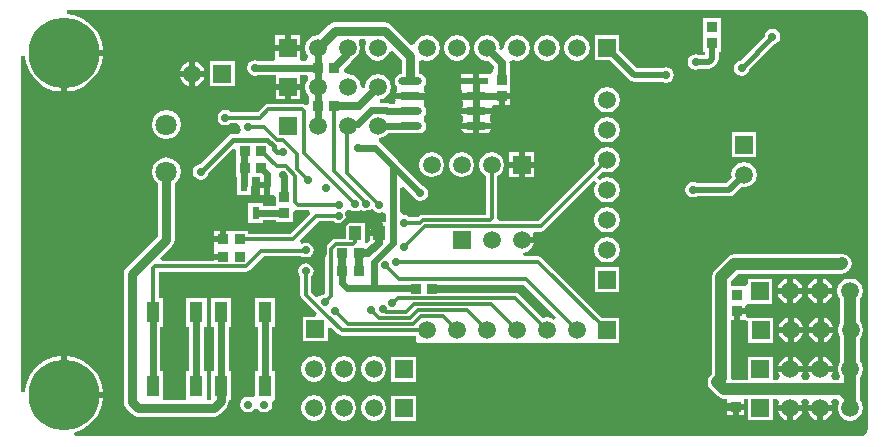
<source format=gbl>
G04*
G04 #@! TF.GenerationSoftware,Altium Limited,Altium Designer,20.0.10 (225)*
G04*
G04 Layer_Physical_Order=2*
G04 Layer_Color=11367680*
%FSLAX44Y44*%
%MOMM*%
G71*
G01*
G75*
%ADD41R,0.8500X0.8500*%
%ADD42R,0.8500X0.8500*%
%ADD46R,1.0000X1.2500*%
%ADD47R,0.6000X1.1000*%
%ADD63C,0.3000*%
%ADD64C,0.6300*%
%ADD65C,0.8000*%
%ADD66C,0.7000*%
%ADD67C,0.6000*%
%ADD68C,0.4000*%
%ADD69C,1.2000*%
%ADD70C,0.5000*%
%ADD71C,1.0000*%
%ADD73C,1.5000*%
%ADD74R,1.5000X1.5000*%
%ADD75C,6.0000*%
%ADD76C,1.8000*%
%ADD77R,1.5000X1.5000*%
%ADD78C,0.7000*%
%ADD79R,2.0320X0.6096*%
%ADD80O,2.0320X0.6096*%
%ADD81R,1.1000X1.8000*%
G36*
X715000Y365812D02*
X717224Y365369D01*
X719109Y364109D01*
X720369Y362224D01*
X720812Y360000D01*
X720922D01*
X720922Y11000D01*
X720812D01*
X720369Y8776D01*
X719109Y6891D01*
X717224Y5631D01*
X715000Y5188D01*
Y5078D01*
X715000Y5078D01*
X49764Y5078D01*
X49167Y8078D01*
X56642Y11175D01*
X63536Y16464D01*
X68825Y23358D01*
X72151Y31385D01*
X72956Y37500D01*
X40000D01*
Y40000D01*
X37500D01*
Y72956D01*
X31385Y72151D01*
X23358Y68825D01*
X16464Y63536D01*
X11175Y56642D01*
X7849Y48615D01*
X7078Y42758D01*
X4078Y42955D01*
Y327045D01*
X7078Y327242D01*
X7849Y321385D01*
X11175Y313358D01*
X16464Y306464D01*
X23358Y301175D01*
X31385Y297849D01*
X37500Y297044D01*
Y330000D01*
X40000D01*
Y332500D01*
X72956D01*
X72151Y338615D01*
X68825Y346642D01*
X63536Y353536D01*
X56642Y358825D01*
X48615Y362151D01*
X42758Y362922D01*
X42955Y365922D01*
X715000Y365922D01*
Y365812D01*
D02*
G37*
%LPC*%
G36*
X311817Y355627D02*
X269510D01*
X266779Y355083D01*
X264464Y353536D01*
X255521Y344594D01*
X255010Y344695D01*
X250914Y343880D01*
X247440Y341560D01*
X245120Y338086D01*
X244305Y333989D01*
X245120Y329893D01*
X247081Y326958D01*
X247327Y325970D01*
X245377Y323107D01*
X242952D01*
X240110Y323490D01*
X240110Y326107D01*
Y331489D01*
X219110D01*
Y326107D01*
X219110Y323490D01*
X216269Y323107D01*
X204555D01*
X204547Y323112D01*
X202010Y323617D01*
X199474Y323112D01*
X197324Y321676D01*
X195888Y319526D01*
X195383Y316989D01*
X195888Y314453D01*
X197324Y312303D01*
X199474Y310867D01*
X202010Y310362D01*
X204547Y310867D01*
X204554Y310872D01*
X219508D01*
Y303502D01*
X240508D01*
Y310872D01*
X246041D01*
X246505Y310278D01*
X247243Y308225D01*
X246862Y307112D01*
X245517Y305099D01*
X244702Y301002D01*
X245517Y296905D01*
X246875Y294873D01*
X247760Y292239D01*
X247760Y292239D01*
X247760D01*
X247760Y292239D01*
Y286771D01*
X245327Y285599D01*
X244760Y285483D01*
X243409Y286386D01*
X241653Y286735D01*
X213452D01*
X211696Y286386D01*
X210207Y285391D01*
X204394Y279578D01*
X181762D01*
X181697Y279676D01*
X179547Y281112D01*
X177010Y281617D01*
X174474Y281112D01*
X172324Y279676D01*
X170888Y277526D01*
X170383Y274990D01*
X170888Y272453D01*
X172324Y270303D01*
X174474Y268867D01*
X177010Y268362D01*
X179547Y268867D01*
X181697Y270303D01*
X181762Y270401D01*
X187139D01*
X189465Y267401D01*
X189383Y266990D01*
X189888Y264453D01*
X189965Y264338D01*
X188361Y261338D01*
X183260D01*
X181309Y260949D01*
X179656Y259844D01*
X155283Y235472D01*
X153474Y235112D01*
X151324Y233676D01*
X149888Y231526D01*
X149383Y228990D01*
X149888Y226453D01*
X151324Y224303D01*
X153474Y222867D01*
X156010Y222362D01*
X158546Y222867D01*
X160697Y224303D01*
X162133Y226453D01*
X162493Y228263D01*
X183011Y248781D01*
X186012Y247538D01*
Y239740D01*
X186011D01*
X186011Y239240D01*
X186012D01*
Y224740D01*
X186890D01*
Y218002D01*
X187007Y217411D01*
Y209502D01*
X199007D01*
Y217411D01*
X199125Y218002D01*
Y224740D01*
X206007D01*
Y220502D01*
X212007D01*
Y218002D01*
X214507D01*
Y209502D01*
X218007D01*
X219760Y207228D01*
Y200113D01*
X208507D01*
Y202502D01*
X196507D01*
Y194593D01*
X196390Y194002D01*
Y193996D01*
X196507Y193405D01*
Y185502D01*
X208507D01*
Y187878D01*
X219760D01*
Y186740D01*
X234260D01*
Y194981D01*
X236869Y196659D01*
X237260Y196701D01*
X238768Y196401D01*
X247691D01*
X248934Y193401D01*
X232110Y176578D01*
X196260D01*
Y179240D01*
X177510D01*
Y171990D01*
X175010D01*
Y169490D01*
X167760D01*
Y167240D01*
X167760Y164739D01*
X167760Y161740D01*
Y159489D01*
X175010D01*
Y154490D01*
X167760D01*
Y153578D01*
X122965D01*
X121817Y156349D01*
X132057Y166590D01*
X133604Y168905D01*
X134148Y171637D01*
Y219326D01*
X135662Y220338D01*
X138314Y224307D01*
X139245Y228990D01*
X138314Y233672D01*
X135662Y237641D01*
X131692Y240293D01*
X127010Y241225D01*
X122328Y240293D01*
X118359Y237641D01*
X115707Y233672D01*
X114775Y228990D01*
X115707Y224307D01*
X118359Y220338D01*
X119873Y219326D01*
Y174593D01*
X92964Y147683D01*
X91417Y145368D01*
X90873Y142636D01*
Y87990D01*
Y33990D01*
X91417Y31258D01*
X92964Y28943D01*
X97953Y23953D01*
X100269Y22406D01*
X103000Y21863D01*
X167000D01*
X169731Y22406D01*
X172047Y23953D01*
X178047Y29953D01*
X179594Y32269D01*
X180137Y35000D01*
Y35990D01*
X182010D01*
Y59990D01*
X179628D01*
Y97990D01*
X182010D01*
Y121989D01*
X165010D01*
Y97990D01*
X167393D01*
Y59990D01*
X165010D01*
Y37104D01*
X164044Y36137D01*
X161010D01*
Y59990D01*
X158628D01*
Y97990D01*
X161010D01*
Y121989D01*
X144010D01*
Y97990D01*
X146393D01*
Y59990D01*
X144010D01*
Y36137D01*
X124010D01*
Y59990D01*
X121628D01*
Y97990D01*
X124010D01*
Y121989D01*
X120598D01*
Y144401D01*
X194460D01*
X196216Y144751D01*
X197705Y145745D01*
X209361Y157401D01*
X240926D01*
X242474Y156367D01*
X245010Y155862D01*
X247547Y156367D01*
X249697Y157803D01*
X251133Y159953D01*
X251638Y162489D01*
X251133Y165026D01*
X249697Y167176D01*
X247547Y168612D01*
X245010Y169117D01*
X242474Y168612D01*
X241852Y168197D01*
X241131Y168379D01*
X240213Y171704D01*
X255911Y187401D01*
X268267D01*
X268350Y187278D01*
X270500Y185841D01*
X273036Y185336D01*
X275572Y185841D01*
X276000Y186127D01*
X279000Y184523D01*
X279000Y184014D01*
X279000D01*
X279000Y183931D01*
Y172328D01*
X270311D01*
X268555Y171978D01*
X267066Y170984D01*
X263069Y166987D01*
X262075Y165499D01*
X261726Y163743D01*
Y128527D01*
X261010Y125617D01*
X258474Y125112D01*
X256324Y123676D01*
X256272Y123597D01*
X253286Y123303D01*
X249599Y126990D01*
Y140238D01*
X249697Y140303D01*
X251133Y142453D01*
X251638Y144990D01*
X251133Y147526D01*
X249697Y149676D01*
X247547Y151112D01*
X245010Y151617D01*
X242474Y151112D01*
X240324Y149676D01*
X238888Y147526D01*
X238383Y144990D01*
X238888Y142453D01*
X240324Y140303D01*
X240422Y140238D01*
Y125090D01*
X240772Y123334D01*
X241766Y121846D01*
X254351Y109261D01*
X253202Y106489D01*
X242510D01*
Y85490D01*
X263510D01*
Y96445D01*
X266282Y97593D01*
X272130Y91745D01*
X273618Y90751D01*
X275374Y90401D01*
X337848D01*
X338000Y90174D01*
Y86000D01*
X339510Y84490D01*
X346376D01*
X347410Y84284D01*
X348445Y84490D01*
X371776D01*
X372810Y84284D01*
X373844Y84490D01*
X397176D01*
X398210Y84284D01*
X399244Y84490D01*
X422576D01*
X423610Y84284D01*
X424645Y84490D01*
X447976D01*
X449010Y84284D01*
X450045Y84490D01*
X473376D01*
X474410Y84284D01*
X475444Y84490D01*
X510310D01*
Y105490D01*
X495799D01*
X445055Y156234D01*
X443566Y157228D01*
X441810Y157578D01*
X430068D01*
X429318Y160267D01*
X429314Y160300D01*
X431907Y161099D01*
X431967Y161139D01*
X435380Y163420D01*
X437701Y166893D01*
X438019Y168490D01*
X427810D01*
Y173490D01*
X438019D01*
X437701Y175087D01*
X437254Y175756D01*
X438668Y178401D01*
X443810D01*
X445566Y178751D01*
X447055Y179745D01*
X489161Y221851D01*
X491491Y219939D01*
X490120Y217887D01*
X489305Y213790D01*
X490120Y209693D01*
X492440Y206220D01*
X495914Y203899D01*
X500010Y203084D01*
X504107Y203899D01*
X507580Y206220D01*
X509901Y209693D01*
X510716Y213790D01*
X509901Y217887D01*
X507580Y221360D01*
X504107Y223680D01*
X500010Y224495D01*
X495914Y223680D01*
X493861Y222309D01*
X491949Y224639D01*
X496493Y229184D01*
X500010Y228484D01*
X504107Y229299D01*
X507580Y231620D01*
X509901Y235093D01*
X510716Y239190D01*
X509901Y243286D01*
X507580Y246760D01*
X504107Y249080D01*
X500010Y249895D01*
X495914Y249080D01*
X492440Y246760D01*
X490120Y243286D01*
X489305Y239190D01*
X490004Y235672D01*
X441910Y187578D01*
X409624D01*
X406998Y189757D01*
Y225427D01*
X409980Y227419D01*
X412301Y230893D01*
X413116Y234989D01*
X412301Y239086D01*
X409980Y242560D01*
X406507Y244880D01*
X402410Y245695D01*
X398313Y244880D01*
X394840Y242560D01*
X392520Y239086D01*
X391705Y234989D01*
X392520Y230893D01*
X394840Y227419D01*
X397822Y225427D01*
Y192588D01*
X343950D01*
X342194Y192239D01*
X340705Y191244D01*
X340049Y190588D01*
X332752D01*
X332686Y190686D01*
X330536Y192123D01*
X328000Y192627D01*
X325117Y195113D01*
Y215311D01*
X327889Y216459D01*
X335886Y208463D01*
X335887Y208453D01*
X337324Y206303D01*
X339474Y204867D01*
X342010Y204362D01*
X344547Y204867D01*
X346697Y206303D01*
X348133Y208453D01*
X348638Y210989D01*
X348133Y213526D01*
X346697Y215676D01*
X344547Y217112D01*
X344537Y217114D01*
X323326Y238326D01*
X308336Y253315D01*
X306799Y254342D01*
X306765Y256169D01*
X307116Y257464D01*
X310307Y258099D01*
X313780Y260419D01*
X314718Y261822D01*
X326021D01*
X326518Y261723D01*
X340742D01*
X343102Y262192D01*
X345103Y263529D01*
X346440Y265530D01*
X346909Y267889D01*
X346440Y270249D01*
X345103Y272250D01*
X344825Y272435D01*
Y276044D01*
X345103Y276229D01*
X346440Y278230D01*
X346909Y280590D01*
X346440Y282949D01*
X345103Y284950D01*
X344825Y285135D01*
Y288744D01*
X345103Y288929D01*
X346346Y290790D01*
X333630D01*
X320915D01*
X321638Y289707D01*
X320652Y287118D01*
X320309Y286707D01*
X316087D01*
X315437Y287141D01*
X313096Y287607D01*
X308067D01*
X307771Y290607D01*
X310304Y291111D01*
X313778Y293432D01*
X316098Y296905D01*
X316913Y301002D01*
X316098Y305099D01*
X313778Y308572D01*
X310304Y310892D01*
X306208Y311707D01*
X302111Y310892D01*
X298638Y308572D01*
X296317Y305099D01*
X295502Y301002D01*
X295574Y300640D01*
X294267Y299467D01*
X291513Y301002D01*
X290698Y305099D01*
X288378Y308572D01*
X284904Y310892D01*
X280807Y311707D01*
X280501Y311646D01*
X277822Y313772D01*
X277711Y316318D01*
X283566Y322173D01*
X285003Y324323D01*
X285027Y324446D01*
X287980Y326419D01*
X290301Y329893D01*
X291116Y333989D01*
X290301Y338086D01*
X289887Y338707D01*
X291301Y341352D01*
X294920D01*
X296334Y338707D01*
X295920Y338086D01*
X295105Y333989D01*
X295920Y329893D01*
X298240Y326419D01*
X301714Y324099D01*
X305810Y323284D01*
X309907Y324099D01*
X313381Y326419D01*
X315701Y329893D01*
X315847Y330624D01*
X318717Y331495D01*
X326493Y323719D01*
Y312151D01*
X324159Y311687D01*
X322158Y310350D01*
X320821Y308349D01*
X320352Y305989D01*
X320821Y303630D01*
X322158Y301629D01*
X322436Y301444D01*
Y297836D01*
X322158Y297650D01*
X320915Y295790D01*
X333630D01*
X346346D01*
X345103Y297650D01*
X344825Y297836D01*
Y301444D01*
X345103Y301629D01*
X346440Y303630D01*
X346909Y305989D01*
X346440Y308349D01*
X345103Y310350D01*
X343102Y311687D01*
X340768Y312151D01*
Y322752D01*
X343032Y323962D01*
X343768Y324048D01*
X347610Y323284D01*
X351707Y324099D01*
X355180Y326419D01*
X357501Y329893D01*
X358316Y333990D01*
X357501Y338086D01*
X355180Y341560D01*
X351707Y343880D01*
X347610Y344695D01*
X343513Y343880D01*
X340040Y341560D01*
X337720Y338086D01*
X337527Y337116D01*
X334271Y336128D01*
X316863Y353536D01*
X314548Y355083D01*
X311817Y355627D01*
D02*
G37*
G36*
X240110Y344490D02*
X232110D01*
Y336489D01*
X240110D01*
Y344490D01*
D02*
G37*
G36*
X227110D02*
X219110D01*
Y336489D01*
X227110D01*
Y344490D01*
D02*
G37*
G36*
X423810Y344695D02*
X419714Y343880D01*
X416240Y341560D01*
X413920Y338086D01*
X413105Y333990D01*
X410351Y332455D01*
X409044Y333628D01*
X409116Y333990D01*
X408301Y338086D01*
X405980Y341560D01*
X402507Y343880D01*
X398410Y344695D01*
X394314Y343880D01*
X390840Y341560D01*
X388520Y338086D01*
X387705Y333990D01*
X388520Y329893D01*
X390840Y326419D01*
X394314Y324099D01*
X398410Y323284D01*
X399522Y323505D01*
X404373Y318655D01*
Y317225D01*
X403750Y314250D01*
X401849Y312038D01*
X400750Y312038D01*
X392010D01*
Y305990D01*
X389510D01*
Y303490D01*
X376350D01*
Y300113D01*
X376350Y299942D01*
X376603Y299598D01*
X377565Y296942D01*
X376795Y295790D01*
X389510D01*
Y290790D01*
X376795D01*
X378038Y288929D01*
X378316Y288744D01*
Y285135D01*
X378038Y284950D01*
X376795Y283090D01*
X389510D01*
X402366D01*
X402806Y284407D01*
X404056Y285750D01*
X406659Y285750D01*
X408500D01*
Y293000D01*
X411000D01*
Y295500D01*
X418250D01*
Y299750D01*
Y314250D01*
X417627D01*
Y321400D01*
X417516Y321959D01*
X418581Y322995D01*
X420167Y324008D01*
X423810Y323284D01*
X427907Y324099D01*
X431380Y326419D01*
X433701Y329893D01*
X434516Y333990D01*
X433701Y338086D01*
X431380Y341560D01*
X427907Y343880D01*
X423810Y344695D01*
D02*
G37*
G36*
X596260Y359240D02*
X581760D01*
Y344740D01*
Y330740D01*
X583403D01*
Y327597D01*
X578317D01*
X577547Y328112D01*
X575010Y328617D01*
X572474Y328112D01*
X570324Y326676D01*
X568887Y324526D01*
X568383Y321990D01*
X568887Y319453D01*
X570324Y317303D01*
X572474Y315867D01*
X575010Y315362D01*
X577547Y315867D01*
X578317Y316382D01*
X586081D01*
X588227Y316809D01*
X590047Y318024D01*
X592976Y320953D01*
X594191Y322772D01*
X594618Y324919D01*
Y330740D01*
X596260D01*
Y344740D01*
Y359240D01*
D02*
G37*
G36*
X474610Y344695D02*
X470513Y343880D01*
X467040Y341560D01*
X464720Y338086D01*
X463905Y333990D01*
X464720Y329893D01*
X467040Y326419D01*
X470513Y324099D01*
X474610Y323284D01*
X478707Y324099D01*
X482180Y326419D01*
X484501Y329893D01*
X485316Y333990D01*
X484501Y338086D01*
X482180Y341560D01*
X478707Y343880D01*
X474610Y344695D01*
D02*
G37*
G36*
X449210D02*
X445113Y343880D01*
X441640Y341560D01*
X439320Y338086D01*
X438505Y333990D01*
X439320Y329893D01*
X441640Y326419D01*
X445113Y324099D01*
X449210Y323284D01*
X453307Y324099D01*
X456780Y326419D01*
X459101Y329893D01*
X459916Y333990D01*
X459101Y338086D01*
X456780Y341560D01*
X453307Y343880D01*
X449210Y344695D01*
D02*
G37*
G36*
X373010D02*
X368913Y343880D01*
X365440Y341560D01*
X363120Y338086D01*
X362305Y333990D01*
X363120Y329893D01*
X365440Y326419D01*
X368913Y324099D01*
X373010Y323284D01*
X377107Y324099D01*
X380580Y326419D01*
X382901Y329893D01*
X383716Y333990D01*
X382901Y338086D01*
X380580Y341560D01*
X377107Y343880D01*
X373010Y344695D01*
D02*
G37*
G36*
X151510Y322198D02*
Y314490D01*
X159219D01*
X158901Y316087D01*
X156580Y319560D01*
X153107Y321880D01*
X151510Y322198D01*
D02*
G37*
G36*
X146510D02*
X144914Y321880D01*
X141440Y319560D01*
X139120Y316087D01*
X138802Y314490D01*
X146510D01*
Y322198D01*
D02*
G37*
G36*
X640010Y350117D02*
X637474Y349612D01*
X635324Y348176D01*
X633887Y346026D01*
X633434Y343748D01*
X612815Y323129D01*
X611474Y322862D01*
X609324Y321426D01*
X607887Y319276D01*
X607383Y316740D01*
X607887Y314203D01*
X609324Y312053D01*
X611474Y310617D01*
X614010Y310112D01*
X616547Y310617D01*
X618697Y312053D01*
X620133Y314203D01*
X620586Y316481D01*
X641205Y337100D01*
X642546Y337367D01*
X644697Y338803D01*
X646133Y340953D01*
X646638Y343490D01*
X646133Y346026D01*
X644697Y348176D01*
X642546Y349612D01*
X640010Y350117D01*
D02*
G37*
G36*
X387010Y312038D02*
X376350D01*
Y308490D01*
X387010D01*
Y312038D01*
D02*
G37*
G36*
X510510Y344490D02*
X489510D01*
Y323490D01*
X502580D01*
X519045Y307024D01*
X520864Y305809D01*
X523010Y305382D01*
X546703D01*
X547474Y304867D01*
X550010Y304362D01*
X552547Y304867D01*
X554697Y306303D01*
X556133Y308453D01*
X556638Y310990D01*
X556133Y313526D01*
X554697Y315676D01*
X552547Y317112D01*
X550010Y317617D01*
X547474Y317112D01*
X546703Y316597D01*
X525333D01*
X510510Y331420D01*
Y344490D01*
D02*
G37*
G36*
X159219Y309490D02*
X151510D01*
Y301781D01*
X153107Y302099D01*
X156580Y304419D01*
X158901Y307893D01*
X159219Y309490D01*
D02*
G37*
G36*
X146510D02*
X138802D01*
X139120Y307893D01*
X141440Y304419D01*
X144914Y302099D01*
X146510Y301781D01*
Y309490D01*
D02*
G37*
G36*
X184910Y322490D02*
X163910D01*
Y301490D01*
X184910D01*
Y322490D01*
D02*
G37*
G36*
X72956Y327500D02*
X42500D01*
Y297044D01*
X48615Y297849D01*
X56642Y301175D01*
X63536Y306464D01*
X68825Y313358D01*
X72151Y321385D01*
X72956Y327500D01*
D02*
G37*
G36*
X240508Y298502D02*
X232507D01*
Y290502D01*
X240508D01*
Y298502D01*
D02*
G37*
G36*
X227507D02*
X219508D01*
Y290502D01*
X227507D01*
Y298502D01*
D02*
G37*
G36*
X418250Y290500D02*
X413500D01*
Y285750D01*
X418250D01*
Y290500D01*
D02*
G37*
G36*
X500010Y300695D02*
X495914Y299880D01*
X492440Y297560D01*
X490120Y294086D01*
X489305Y289990D01*
X490120Y285893D01*
X492440Y282420D01*
X495914Y280099D01*
X500010Y279284D01*
X504107Y280099D01*
X507580Y282420D01*
X509901Y285893D01*
X510716Y289990D01*
X509901Y294086D01*
X507580Y297560D01*
X504107Y299880D01*
X500010Y300695D01*
D02*
G37*
G36*
X402226Y278090D02*
X389510D01*
X376795D01*
X378038Y276229D01*
X378316Y276044D01*
Y272435D01*
X378038Y272250D01*
X376795Y270390D01*
X389510D01*
X402226D01*
X400983Y272250D01*
X400705Y272435D01*
Y276044D01*
X400983Y276229D01*
X402226Y278090D01*
D02*
G37*
G36*
Y265390D02*
X392010D01*
Y261723D01*
X396622D01*
X398982Y262192D01*
X400983Y263529D01*
X402226Y265390D01*
D02*
G37*
G36*
X387010D02*
X376795D01*
X378038Y263529D01*
X380039Y262192D01*
X382398Y261723D01*
X387010D01*
Y265390D01*
D02*
G37*
G36*
X127010Y281225D02*
X122328Y280293D01*
X118359Y277641D01*
X115707Y273672D01*
X114775Y268990D01*
X115707Y264307D01*
X118359Y260338D01*
X122328Y257686D01*
X127010Y256754D01*
X131692Y257686D01*
X135662Y260338D01*
X138314Y264307D01*
X139245Y268990D01*
X138314Y273672D01*
X135662Y277641D01*
X131692Y280293D01*
X127010Y281225D01*
D02*
G37*
G36*
X500010Y275295D02*
X495914Y274480D01*
X492440Y272160D01*
X490120Y268687D01*
X489305Y264590D01*
X490120Y260493D01*
X492440Y257020D01*
X495914Y254699D01*
X500010Y253884D01*
X504107Y254699D01*
X507580Y257020D01*
X509901Y260493D01*
X510716Y264590D01*
X509901Y268687D01*
X507580Y272160D01*
X504107Y274480D01*
X500010Y275295D01*
D02*
G37*
G36*
X626510Y262489D02*
X605510D01*
Y241490D01*
X626510D01*
Y262489D01*
D02*
G37*
G36*
X438310Y245490D02*
X430310D01*
Y237490D01*
X438310D01*
Y245490D01*
D02*
G37*
G36*
X425310D02*
X417310D01*
Y237490D01*
X425310D01*
Y245490D01*
D02*
G37*
G36*
X438310Y232490D02*
X430310D01*
Y224490D01*
X438310D01*
Y232490D01*
D02*
G37*
G36*
X425310D02*
X417310D01*
Y224490D01*
X425310D01*
Y232490D01*
D02*
G37*
G36*
X377010Y245695D02*
X372914Y244880D01*
X369440Y242560D01*
X367120Y239086D01*
X366305Y234989D01*
X367120Y230893D01*
X369440Y227419D01*
X372914Y225099D01*
X377010Y224284D01*
X381107Y225099D01*
X384580Y227419D01*
X386901Y230893D01*
X387716Y234989D01*
X386901Y239086D01*
X384580Y242560D01*
X381107Y244880D01*
X377010Y245695D01*
D02*
G37*
G36*
X351610D02*
X347514Y244880D01*
X344040Y242560D01*
X341720Y239086D01*
X340905Y234989D01*
X341720Y230893D01*
X344040Y227419D01*
X347514Y225099D01*
X351610Y224284D01*
X355707Y225099D01*
X359180Y227419D01*
X361501Y230893D01*
X362316Y234989D01*
X361501Y239086D01*
X359180Y242560D01*
X355707Y244880D01*
X351610Y245695D01*
D02*
G37*
G36*
X616010Y237295D02*
X611913Y236480D01*
X608440Y234160D01*
X606120Y230686D01*
X605305Y226590D01*
X605765Y224275D01*
X601087Y219597D01*
X576317D01*
X575546Y220112D01*
X573010Y220617D01*
X570474Y220112D01*
X568324Y218676D01*
X566888Y216526D01*
X566383Y213990D01*
X566888Y211453D01*
X568324Y209303D01*
X570474Y207867D01*
X573010Y207362D01*
X575546Y207867D01*
X576317Y208382D01*
X603410D01*
X605556Y208809D01*
X607376Y210024D01*
X613696Y216344D01*
X616010Y215884D01*
X620107Y216699D01*
X623580Y219020D01*
X625901Y222493D01*
X626716Y226590D01*
X625901Y230686D01*
X623580Y234160D01*
X620107Y236480D01*
X616010Y237295D01*
D02*
G37*
G36*
X209507Y215502D02*
X206007D01*
Y209502D01*
X209507D01*
Y215502D01*
D02*
G37*
G36*
X500010Y199095D02*
X495914Y198280D01*
X492440Y195960D01*
X490120Y192486D01*
X489305Y188390D01*
X490120Y184293D01*
X492440Y180820D01*
X495914Y178499D01*
X500010Y177684D01*
X504107Y178499D01*
X507580Y180820D01*
X509901Y184293D01*
X510716Y188390D01*
X509901Y192486D01*
X507580Y195960D01*
X504107Y198280D01*
X500010Y199095D01*
D02*
G37*
G36*
X172510Y179240D02*
X167760D01*
Y174490D01*
X172510D01*
Y179240D01*
D02*
G37*
G36*
X500010Y173695D02*
X495914Y172880D01*
X492440Y170560D01*
X490120Y167087D01*
X489305Y162990D01*
X490120Y158893D01*
X492440Y155420D01*
X495914Y153099D01*
X500010Y152284D01*
X504107Y153099D01*
X507580Y155420D01*
X509901Y158893D01*
X510716Y162990D01*
X509901Y167087D01*
X507580Y170560D01*
X504107Y172880D01*
X500010Y173695D01*
D02*
G37*
G36*
X682910Y138198D02*
Y130490D01*
X690619D01*
X690301Y132086D01*
X687980Y135560D01*
X684507Y137880D01*
X682910Y138198D01*
D02*
G37*
G36*
X677910D02*
X676313Y137880D01*
X672840Y135560D01*
X670520Y132086D01*
X670202Y130490D01*
X677910D01*
Y138198D01*
D02*
G37*
G36*
X657510D02*
Y130490D01*
X665219D01*
X664901Y132086D01*
X662580Y135560D01*
X659107Y137880D01*
X657510Y138198D01*
D02*
G37*
G36*
X652510D02*
X650913Y137880D01*
X647440Y135560D01*
X645120Y132086D01*
X644802Y130490D01*
X652510D01*
Y138198D01*
D02*
G37*
G36*
X510510Y148090D02*
X489510D01*
Y127090D01*
X510510D01*
Y148090D01*
D02*
G37*
G36*
X690619Y125490D02*
X682910D01*
Y117781D01*
X684507Y118099D01*
X687980Y120420D01*
X690301Y123893D01*
X690619Y125490D01*
D02*
G37*
G36*
X677910D02*
X670202D01*
X670520Y123893D01*
X672840Y120420D01*
X676313Y118099D01*
X677910Y117781D01*
Y125490D01*
D02*
G37*
G36*
X665219D02*
X657510D01*
Y117781D01*
X659107Y118099D01*
X662580Y120420D01*
X664901Y123893D01*
X665219Y125490D01*
D02*
G37*
G36*
X652510D02*
X644802D01*
X645120Y123893D01*
X647440Y120420D01*
X650913Y118099D01*
X652510Y117781D01*
Y125490D01*
D02*
G37*
G36*
X683510Y105198D02*
Y97490D01*
X691219D01*
X690901Y99087D01*
X688580Y102560D01*
X685107Y104880D01*
X683510Y105198D01*
D02*
G37*
G36*
X678510D02*
X676914Y104880D01*
X673440Y102560D01*
X671120Y99087D01*
X670802Y97490D01*
X678510D01*
Y105198D01*
D02*
G37*
G36*
X658110D02*
Y97490D01*
X665819D01*
X665501Y99087D01*
X663180Y102560D01*
X659707Y104880D01*
X658110Y105198D01*
D02*
G37*
G36*
X653110D02*
X651514Y104880D01*
X648040Y102560D01*
X645720Y99087D01*
X645402Y97490D01*
X653110D01*
Y105198D01*
D02*
G37*
G36*
X691219Y92490D02*
X683510D01*
Y84781D01*
X685107Y85099D01*
X688580Y87420D01*
X690901Y90893D01*
X691219Y92490D01*
D02*
G37*
G36*
X678510D02*
X670802D01*
X671120Y90893D01*
X673440Y87420D01*
X676914Y85099D01*
X678510Y84781D01*
Y92490D01*
D02*
G37*
G36*
X665819D02*
X658110D01*
Y84781D01*
X659707Y85099D01*
X663180Y87420D01*
X665501Y90893D01*
X665819Y92490D01*
D02*
G37*
G36*
X653110D02*
X645402D01*
X645720Y90893D01*
X648040Y87420D01*
X651514Y85099D01*
X653110Y84781D01*
Y92490D01*
D02*
G37*
G36*
X617426Y108490D02*
X612510D01*
Y103740D01*
X616710D01*
Y103740D01*
X619101Y102742D01*
X619710Y99994D01*
Y84490D01*
X640710D01*
Y105490D01*
X620260D01*
Y105490D01*
X617870Y106487D01*
X617426Y108490D01*
D02*
G37*
G36*
X683307Y72206D02*
Y64497D01*
X691016D01*
X690698Y66094D01*
X688378Y69567D01*
X684904Y71888D01*
X683307Y72206D01*
D02*
G37*
G36*
X678307D02*
X676711Y71888D01*
X673237Y69567D01*
X670917Y66094D01*
X670599Y64497D01*
X678307D01*
Y72206D01*
D02*
G37*
G36*
X657907D02*
Y64497D01*
X665616D01*
X665298Y66094D01*
X662978Y69567D01*
X659504Y71888D01*
X657907Y72206D01*
D02*
G37*
G36*
X652907D02*
X651311Y71888D01*
X647837Y69567D01*
X645517Y66094D01*
X645199Y64497D01*
X652907D01*
Y72206D01*
D02*
G37*
G36*
X338513Y72477D02*
X317513D01*
Y51476D01*
X338513D01*
Y72477D01*
D02*
G37*
G36*
X302613Y72682D02*
X298516Y71867D01*
X295043Y69546D01*
X292722Y66073D01*
X291908Y61976D01*
X292722Y57880D01*
X295043Y54406D01*
X298516Y52086D01*
X302613Y51271D01*
X306710Y52086D01*
X310183Y54406D01*
X312504Y57880D01*
X313319Y61976D01*
X312504Y66073D01*
X310183Y69546D01*
X306710Y71867D01*
X302613Y72682D01*
D02*
G37*
G36*
X277213D02*
X273116Y71867D01*
X269643Y69546D01*
X267323Y66073D01*
X266508Y61976D01*
X267323Y57880D01*
X269643Y54406D01*
X273116Y52086D01*
X277213Y51271D01*
X281310Y52086D01*
X284783Y54406D01*
X287104Y57880D01*
X287919Y61976D01*
X287104Y66073D01*
X284783Y69546D01*
X281310Y71867D01*
X277213Y72682D01*
D02*
G37*
G36*
X251813D02*
X247716Y71867D01*
X244243Y69546D01*
X241922Y66073D01*
X241108Y61976D01*
X241922Y57880D01*
X244243Y54406D01*
X247716Y52086D01*
X251813Y51271D01*
X255910Y52086D01*
X259383Y54406D01*
X261704Y57880D01*
X262519Y61976D01*
X261704Y66073D01*
X259383Y69546D01*
X255910Y71867D01*
X251813Y72682D01*
D02*
G37*
G36*
X42500Y72956D02*
Y42500D01*
X72956D01*
X72151Y48615D01*
X68825Y56642D01*
X63536Y63536D01*
X56642Y68825D01*
X48615Y72151D01*
X42500Y72956D01*
D02*
G37*
G36*
X219010Y121989D02*
X202010D01*
Y97990D01*
X204393D01*
Y59990D01*
X202010D01*
Y39406D01*
X199010Y37802D01*
X198547Y38112D01*
X196010Y38617D01*
X193474Y38112D01*
X191324Y36676D01*
X189888Y34526D01*
X189383Y31990D01*
X189888Y29453D01*
X191324Y27303D01*
X193474Y25867D01*
X196010Y25362D01*
X198547Y25867D01*
X200697Y27303D01*
X201307Y28217D01*
X204713D01*
X205324Y27303D01*
X207474Y25867D01*
X210010Y25362D01*
X212547Y25867D01*
X214697Y27303D01*
X216133Y29453D01*
X216638Y31990D01*
X216439Y32989D01*
X218489Y35990D01*
X219010D01*
Y59990D01*
X216628D01*
Y97990D01*
X219010D01*
Y121989D01*
D02*
G37*
G36*
X616260Y27490D02*
X611510D01*
Y22740D01*
X616260D01*
Y27490D01*
D02*
G37*
G36*
X606510D02*
X601760D01*
Y22740D01*
X606510D01*
Y27490D01*
D02*
G37*
G36*
X690819Y26490D02*
X683110D01*
Y18781D01*
X684707Y19099D01*
X688180Y21419D01*
X690501Y24893D01*
X690819Y26490D01*
D02*
G37*
G36*
X678110D02*
X670402D01*
X670720Y24893D01*
X673040Y21419D01*
X676514Y19099D01*
X678110Y18781D01*
Y26490D01*
D02*
G37*
G36*
X665419D02*
X657710D01*
Y18781D01*
X659307Y19099D01*
X662780Y21419D01*
X665101Y24893D01*
X665419Y26490D01*
D02*
G37*
G36*
X652710D02*
X645002D01*
X645320Y24893D01*
X647640Y21419D01*
X651114Y19099D01*
X652710Y18781D01*
Y26490D01*
D02*
G37*
G36*
X338513Y39476D02*
X317513D01*
Y18477D01*
X338513D01*
Y39476D01*
D02*
G37*
G36*
X699010Y159646D02*
X696497Y159146D01*
X608010D01*
X604889Y158525D01*
X602243Y156757D01*
X591243Y145757D01*
X589475Y143111D01*
X588854Y139990D01*
Y57868D01*
X587743Y56757D01*
X585975Y54111D01*
X585354Y50990D01*
X585975Y47868D01*
X587743Y45222D01*
X593743Y39222D01*
X596389Y37454D01*
X599510Y36833D01*
X601760D01*
Y32490D01*
X616260D01*
Y36833D01*
X619310D01*
Y18490D01*
X640310D01*
Y36833D01*
X644215D01*
X645818Y33833D01*
X645320Y33087D01*
X645002Y31490D01*
X665419D01*
X665101Y33087D01*
X664602Y33833D01*
X666206Y36833D01*
X669615D01*
X671218Y33833D01*
X670720Y33087D01*
X670402Y31490D01*
X690819D01*
X690501Y33087D01*
X690002Y33833D01*
X691606Y36833D01*
X695027D01*
X696925Y34292D01*
X696120Y33087D01*
X695305Y28990D01*
X696120Y24893D01*
X698440Y21419D01*
X701914Y19099D01*
X706010Y18284D01*
X710107Y19099D01*
X713580Y21419D01*
X715901Y24893D01*
X716716Y28990D01*
X715901Y33087D01*
X714067Y35831D01*
Y39132D01*
Y54861D01*
X716098Y57901D01*
X716913Y61997D01*
X716098Y66094D01*
X714067Y69134D01*
Y87549D01*
X716301Y90893D01*
X717116Y94990D01*
X716301Y99087D01*
X714067Y102430D01*
Y121447D01*
X715701Y123893D01*
X716516Y127990D01*
X715701Y132086D01*
X713380Y135560D01*
X709907Y137880D01*
X705810Y138695D01*
X701713Y137880D01*
X698240Y135560D01*
X695920Y132086D01*
X695105Y127990D01*
X695920Y123893D01*
X697754Y121148D01*
Y100933D01*
X696520Y99087D01*
X695705Y94990D01*
X696520Y90893D01*
X697754Y89046D01*
Y68245D01*
X696317Y66094D01*
X695502Y61997D01*
X696317Y57901D01*
X697489Y56146D01*
X696662Y53146D01*
X691130D01*
X689526Y56146D01*
X690698Y57901D01*
X691016Y59497D01*
X670599D01*
X670917Y57901D01*
X672089Y56146D01*
X670485Y53146D01*
X665730D01*
X664126Y56146D01*
X665298Y57901D01*
X665616Y59497D01*
X645199D01*
X645517Y57901D01*
X646689Y56146D01*
X645085Y53146D01*
X640508D01*
Y72497D01*
X619507D01*
Y53146D01*
X606269D01*
X605167Y54490D01*
Y103740D01*
X607510D01*
Y110990D01*
X610010D01*
Y113490D01*
X617260D01*
Y115256D01*
X619110Y117490D01*
X620157Y117490D01*
X640110D01*
Y138490D01*
X619110D01*
Y134473D01*
X617260Y132240D01*
X616110Y132240D01*
X605167D01*
Y136611D01*
X611389Y142833D01*
X698510D01*
X701632Y143454D01*
X704278Y145222D01*
X704778Y145722D01*
X706546Y148368D01*
X707167Y151490D01*
X706546Y154611D01*
X704778Y157257D01*
X702132Y159025D01*
X699010Y159646D01*
D02*
G37*
G36*
X302613Y39682D02*
X298516Y38867D01*
X295043Y36547D01*
X292722Y33073D01*
X291908Y28977D01*
X292722Y24880D01*
X295043Y21407D01*
X298516Y19086D01*
X302613Y18271D01*
X306710Y19086D01*
X310183Y21407D01*
X312504Y24880D01*
X313319Y28977D01*
X312504Y33073D01*
X310183Y36547D01*
X306710Y38867D01*
X302613Y39682D01*
D02*
G37*
G36*
X277213D02*
X273116Y38867D01*
X269643Y36547D01*
X267323Y33073D01*
X266508Y28977D01*
X267323Y24880D01*
X269643Y21407D01*
X273116Y19086D01*
X277213Y18271D01*
X281310Y19086D01*
X284783Y21407D01*
X287104Y24880D01*
X287919Y28977D01*
X287104Y33073D01*
X284783Y36547D01*
X281310Y38867D01*
X277213Y39682D01*
D02*
G37*
G36*
X251813D02*
X247716Y38867D01*
X244243Y36547D01*
X241922Y33073D01*
X241108Y28977D01*
X241922Y24880D01*
X244243Y21407D01*
X247716Y19086D01*
X251813Y18271D01*
X255910Y19086D01*
X259383Y21407D01*
X261704Y24880D01*
X262519Y28977D01*
X261704Y33073D01*
X259383Y36547D01*
X255910Y38867D01*
X251813Y39682D01*
D02*
G37*
%LPD*%
G36*
X303514Y195508D02*
X304474Y194867D01*
X307010Y194362D01*
X309547Y194867D01*
X309883Y195091D01*
X312882Y193488D01*
Y186250D01*
X309500D01*
Y177000D01*
X307000D01*
Y174500D01*
X299000D01*
Y170970D01*
X296837Y169134D01*
X295387Y169166D01*
X295000Y169488D01*
Y186250D01*
X281285D01*
X280644Y186250D01*
X280048Y187365D01*
X279040Y189250D01*
X279159Y189428D01*
X279663Y191964D01*
X279164Y194476D01*
X279159Y194500D01*
X279674Y195574D01*
X280259Y195878D01*
X283349Y196299D01*
X284504Y195527D01*
X287040Y195023D01*
X289576Y195527D01*
X291726Y196964D01*
X291786Y197054D01*
X293784Y195719D01*
X296320Y195215D01*
X298856Y195719D01*
X301006Y197156D01*
X303514Y195508D01*
D02*
G37*
G36*
X457072Y105839D02*
X455160Y103509D01*
X453107Y104880D01*
X449010Y105695D01*
X445493Y104996D01*
X425255Y125234D01*
X423766Y126228D01*
X422010Y126578D01*
X359260D01*
Y127490D01*
X352010D01*
Y132490D01*
X359260D01*
Y133401D01*
X429510D01*
X457072Y105839D01*
D02*
G37*
%LPC*%
G36*
X304500Y186250D02*
X299000D01*
Y179500D01*
X304500D01*
Y186250D01*
D02*
G37*
%LPD*%
D41*
X609010Y29990D02*
D03*
Y43990D02*
D03*
X589010Y351990D02*
D03*
Y337990D02*
D03*
X610010Y124990D02*
D03*
Y110990D02*
D03*
X411000Y293000D02*
D03*
Y307000D02*
D03*
X227010Y193990D02*
D03*
Y207990D02*
D03*
D42*
X352010Y129990D02*
D03*
X338010D02*
D03*
X207262Y246990D02*
D03*
X193262D02*
D03*
X207262Y231990D02*
D03*
X193262D02*
D03*
X290010Y159990D02*
D03*
X276010D02*
D03*
X290010Y144990D02*
D03*
X276010D02*
D03*
X175010Y171989D02*
D03*
X189010D02*
D03*
X175010Y156990D02*
D03*
X189010D02*
D03*
X255010Y284989D02*
D03*
X269010D02*
D03*
X255010Y316989D02*
D03*
X269010D02*
D03*
D46*
X307000Y177000D02*
D03*
X287000D02*
D03*
D47*
X193007Y218002D02*
D03*
X212007D02*
D03*
X202507Y194002D02*
D03*
D63*
X238768Y200990D02*
X273010D01*
X273010Y191990D02*
X273036Y191964D01*
X254010Y191990D02*
X273010D01*
X268810Y230089D02*
X296320Y202579D01*
Y201842D02*
Y202579D01*
X286512Y201650D02*
X287040D01*
X243410Y244752D02*
X286512Y201650D01*
X194460Y148990D02*
X207460Y161990D01*
X244510D02*
X245010Y162489D01*
X207460Y161990D02*
X244510D01*
X266314Y124293D02*
Y163743D01*
X270311Y167740D01*
X261010Y118989D02*
X266314Y124293D01*
X270311Y167740D02*
X285243D01*
X245010Y125090D02*
Y144990D01*
X285243Y167740D02*
X287000Y169497D01*
Y177000D01*
X310010Y112990D02*
X310331D01*
X313010Y110310D01*
X116010Y147232D02*
X117768Y148990D01*
X194460D01*
X116010Y110490D02*
Y147232D01*
X343950Y188000D02*
X400653D01*
X402410Y189757D02*
Y234989D01*
X400653Y188000D02*
X402410Y189757D01*
X328000Y186000D02*
X341950D01*
X343950Y188000D01*
X346010Y182990D02*
X443810D01*
X328010Y164990D02*
X346010Y182990D01*
X307010Y200989D02*
Y201051D01*
X280010Y228051D02*
X307010Y201051D01*
X236010Y203747D02*
Y225919D01*
X220646Y255989D02*
X225910D01*
X227939Y233990D02*
X236010Y225919D01*
X237577Y231423D02*
X247010Y221989D01*
X237577Y231423D02*
Y244322D01*
X209646Y266990D02*
X220646Y255989D01*
X196010Y266990D02*
X209646D01*
X220261Y233990D02*
X227939D01*
X225910Y255989D02*
X237577Y244322D01*
X177010Y274990D02*
X206294D01*
X213452Y282147D01*
X243410Y244752D02*
Y280390D01*
X213452Y282147D02*
X241653D01*
X243410Y280390D01*
X312021Y149979D02*
X324010Y137990D01*
X431410D01*
X474410Y94990D01*
X441810Y152990D02*
X499810Y94990D01*
X321010Y152990D02*
X441810D01*
X443810Y182990D02*
X500010Y239190D01*
X422010Y121989D02*
X449010Y94990D01*
X323093Y121989D02*
X422010D01*
X319093Y117990D02*
X323093Y121989D01*
X318010Y117990D02*
X319093D01*
X313010Y110310D02*
X330010D01*
X336689Y116990D02*
X401610D01*
X330010Y110310D02*
X336689Y116990D01*
X401610D02*
X423610Y94990D01*
X381210Y111990D02*
X398210Y94990D01*
X340369Y111990D02*
X381210D01*
X333689Y105310D02*
X340369Y111990D01*
X300010Y111989D02*
X306689Y105310D01*
X333689D01*
X335440Y99990D02*
X342440Y106990D01*
X281010Y99990D02*
X335440D01*
X342440Y106990D02*
X360810D01*
X372810Y94990D01*
X270010Y110990D02*
X281010Y99990D01*
X275374Y94990D02*
X347410D01*
X262374Y107990D02*
X275374Y94990D01*
X262111Y107990D02*
X262374D01*
X245010Y125090D02*
X262111Y107990D01*
X268810Y230089D02*
Y284790D01*
X280010Y228051D02*
Y267190D01*
X268810Y284790D02*
X269010Y284989D01*
X234010Y171989D02*
X254010Y191990D01*
X280010Y267190D02*
X280810Y267990D01*
X236010Y203747D02*
X238768Y200990D01*
X207262Y246990D02*
X220261Y233990D01*
X115510Y109990D02*
X116010Y110490D01*
X189010Y171989D02*
X234010D01*
D64*
X282000Y193000D02*
X298000D01*
X389510Y293290D02*
X389612Y293188D01*
X410812D01*
X411000Y293000D01*
X637242Y355000D02*
X662000D01*
X601437Y343954D02*
X626196D01*
X637242Y355000D01*
X389510Y293290D02*
Y305989D01*
Y280590D02*
Y293290D01*
Y267889D02*
Y280590D01*
X333630Y293290D02*
X389510D01*
X211857Y218152D02*
X212007Y218002D01*
X211857Y218152D02*
Y227394D01*
X207262Y231990D02*
X211857Y227394D01*
D65*
X269510Y348489D02*
X311817D01*
X333630Y326676D01*
Y307990D02*
Y326676D01*
X98010Y33990D02*
Y87990D01*
X173000Y47479D02*
X173510Y47990D01*
X173000Y35000D02*
Y47479D01*
X167000Y29000D02*
X173000Y35000D01*
X103000Y29000D02*
X167000D01*
X98010Y33990D02*
X103000Y29000D01*
X98010Y142636D02*
X127010Y171637D01*
X98010Y87990D02*
Y142636D01*
X127010Y171637D02*
Y228990D01*
X255010Y333989D02*
X269510Y348489D01*
D66*
X352010Y129990D02*
X352021Y130000D01*
X364000D01*
X298000Y193000D02*
X307000Y184000D01*
X298000Y193000D02*
Y193000D01*
X307000Y177000D02*
Y184000D01*
X411000Y307000D02*
Y321400D01*
X398410Y333990D02*
X411000Y321400D01*
X307000Y169000D02*
Y177000D01*
X297990Y159990D02*
X307000Y169000D01*
X290010Y159990D02*
X297990D01*
X290010Y144990D02*
Y159990D01*
X565510Y29990D02*
X609010D01*
X544510Y50990D02*
X565510Y29990D01*
X306210Y267990D02*
X306260Y267939D01*
X398210Y334190D02*
X398410Y333990D01*
X411000Y307000D02*
X411200Y307200D01*
X290195Y284989D02*
X306208Y301002D01*
X269010Y284989D02*
X290195D01*
X269010Y316989D02*
X278880Y326859D01*
Y332459D01*
X280410Y333989D01*
X276010Y144990D02*
Y159990D01*
D67*
X255409Y267991D02*
Y301000D01*
X255010Y284989D02*
Y316989D01*
X319000Y234000D02*
X342010Y210989D01*
X304010Y248990D02*
X319000Y234000D01*
Y168979D02*
Y234000D01*
X303010Y152990D02*
X319000Y168979D01*
X255010Y316989D02*
Y333989D01*
Y316989D02*
X255010D01*
X202010D02*
X255010D01*
X202010Y316989D02*
X202010Y316989D01*
X279525Y130990D02*
X302725D01*
X276010Y134504D02*
Y144990D01*
Y134504D02*
X279525Y130990D01*
X302725D02*
X338010D01*
X302725D02*
X303010Y131275D01*
X289010Y248990D02*
X304010D01*
X255408Y301002D02*
X255409Y301000D01*
Y267991D02*
X255410Y267990D01*
X303010Y131275D02*
Y152990D01*
X280810Y267990D02*
X282533Y269712D01*
X300619Y281490D02*
X313096D01*
X313996Y280590D01*
X333630D01*
X288841Y269712D02*
X300619Y281490D01*
X282533Y269712D02*
X288841D01*
X306260Y267939D02*
X333580D01*
X255010Y333989D02*
X255010Y333989D01*
X193007Y218002D02*
Y246735D01*
X193262Y246990D01*
X226510Y208490D02*
X227010Y207990D01*
X226510Y208490D02*
Y225490D01*
X226010Y225990D02*
X226510Y225490D01*
X202507Y193996D02*
X227004D01*
X202507D02*
Y194002D01*
X227004Y193996D02*
X227010Y193990D01*
X210510Y47990D02*
Y109990D01*
Y47490D02*
Y47990D01*
X210010Y46989D02*
X210510Y47490D01*
X173510Y47990D02*
Y109990D01*
X152510Y47990D02*
Y109990D01*
X115510Y47990D02*
Y109990D01*
D68*
X614010Y316740D02*
Y317115D01*
X640010Y343115D01*
Y343490D01*
X220711Y245990D02*
X226010D01*
X218368Y248333D02*
X220711Y245990D01*
X218368Y248333D02*
Y250490D01*
X226010Y245990D02*
X226010Y245990D01*
X225199D02*
X226010D01*
X183260Y256240D02*
X212618D01*
X218368Y250490D01*
X156010Y228990D02*
X183260Y256240D01*
D69*
X546510Y52990D02*
Y124990D01*
X544510Y50990D02*
X546510Y52990D01*
D70*
X280413Y188027D02*
X295973D01*
X307000Y177000D01*
X213929Y128000D02*
X239929Y154000D01*
X213713Y128000D02*
X213929D01*
X260314Y159243D02*
Y167928D01*
X255071Y154000D02*
X260314Y159243D01*
Y167928D02*
X280413Y188027D01*
X239929Y154000D02*
X255071D01*
X575010Y321990D02*
X586081D01*
X589010Y337990D02*
X589010Y337990D01*
Y324919D02*
Y337990D01*
X586081Y321990D02*
X589010Y324919D01*
X500010Y333990D02*
X523010Y310990D01*
X550010D01*
X575010Y321990D02*
X575010Y321990D01*
X603410Y213990D02*
X616010Y226590D01*
X573010Y213990D02*
X603410D01*
D71*
X705910Y61997D02*
Y94990D01*
Y29090D02*
Y39132D01*
X599510Y44990D02*
X609010D01*
X608010Y150990D02*
X698510D01*
X699010Y151490D01*
X597010Y54490D02*
Y139990D01*
X609010Y44990D02*
X699196D01*
X597010Y139990D02*
X608010Y150990D01*
X705910Y39132D02*
Y61997D01*
Y94990D02*
Y127890D01*
Y29090D02*
X706010Y28990D01*
X705810Y127990D02*
X705910Y127890D01*
X593510Y50990D02*
X599510Y44990D01*
X699196D02*
X705054Y39132D01*
X593510Y50990D02*
X597010Y54490D01*
D73*
X500010Y188390D02*
D03*
Y162990D02*
D03*
Y213790D02*
D03*
Y239190D02*
D03*
Y264590D02*
D03*
Y289990D02*
D03*
X149010Y311990D02*
D03*
X255410Y267990D02*
D03*
X280810D02*
D03*
X306210D02*
D03*
X255408Y301002D02*
D03*
X280807D02*
D03*
X306208D02*
D03*
X255010Y333989D02*
D03*
X280410D02*
D03*
X305810D02*
D03*
X616010Y226590D02*
D03*
X655010Y127990D02*
D03*
X680410D02*
D03*
X705810D02*
D03*
X655210Y28990D02*
D03*
X680610D02*
D03*
X706010D02*
D03*
X655407Y61997D02*
D03*
X680807D02*
D03*
X706208D02*
D03*
X655610Y94990D02*
D03*
X681010D02*
D03*
X706410D02*
D03*
X402410Y234989D02*
D03*
X377010D02*
D03*
X351610D02*
D03*
X427810Y170990D02*
D03*
X402410D02*
D03*
X449010Y94990D02*
D03*
X474410D02*
D03*
X423610D02*
D03*
X398210D02*
D03*
X372810D02*
D03*
X347410D02*
D03*
X302613Y61976D02*
D03*
X277213D02*
D03*
X251813D02*
D03*
X302613Y28977D02*
D03*
X277213D02*
D03*
X251813D02*
D03*
X347610Y333990D02*
D03*
X373010D02*
D03*
X398410D02*
D03*
X423810D02*
D03*
X474610D02*
D03*
X449210D02*
D03*
D74*
X500010Y137590D02*
D03*
X253010Y95990D02*
D03*
X616010Y251990D02*
D03*
D75*
X40000Y40000D02*
D03*
Y330000D02*
D03*
D76*
X127010Y268990D02*
D03*
Y228990D02*
D03*
D77*
X174410Y311990D02*
D03*
X230010Y267990D02*
D03*
X230007Y301002D02*
D03*
X229610Y333989D02*
D03*
X629610Y127990D02*
D03*
X629810Y28990D02*
D03*
X630008Y61997D02*
D03*
X630210Y94990D02*
D03*
X427810Y234989D02*
D03*
X377010Y170990D02*
D03*
X499810Y94990D02*
D03*
X328013Y61976D02*
D03*
Y28977D02*
D03*
X500010Y333990D02*
D03*
D78*
X713500Y324000D02*
D03*
Y270000D02*
D03*
Y216000D02*
D03*
X673000Y351000D02*
D03*
Y81000D02*
D03*
X646000D02*
D03*
X592000Y27000D02*
D03*
X565000Y81000D02*
D03*
Y27000D02*
D03*
X538000Y351000D02*
D03*
X551500Y270000D02*
D03*
Y162000D02*
D03*
X538000Y81000D02*
D03*
Y27000D02*
D03*
X511000Y351000D02*
D03*
X524500Y270000D02*
D03*
Y216000D02*
D03*
X511000Y81000D02*
D03*
Y27000D02*
D03*
X484000Y351000D02*
D03*
Y297000D02*
D03*
Y135000D02*
D03*
X497500Y54000D02*
D03*
X484000Y27000D02*
D03*
X457000Y351000D02*
D03*
Y297000D02*
D03*
X470500Y270000D02*
D03*
X457000Y243000D02*
D03*
X470500Y54000D02*
D03*
X457000Y27000D02*
D03*
X430000Y351000D02*
D03*
Y297000D02*
D03*
X443500Y270000D02*
D03*
Y54000D02*
D03*
X430000Y27000D02*
D03*
X403000Y351000D02*
D03*
X416500Y270000D02*
D03*
Y216000D02*
D03*
Y54000D02*
D03*
X403000Y27000D02*
D03*
X376000Y351000D02*
D03*
X389500Y216000D02*
D03*
Y54000D02*
D03*
X376000Y27000D02*
D03*
X349000Y351000D02*
D03*
X362500Y324000D02*
D03*
Y54000D02*
D03*
X349000Y27000D02*
D03*
X322000Y81000D02*
D03*
X241000Y351000D02*
D03*
X214000D02*
D03*
X187000D02*
D03*
Y189000D02*
D03*
X160000Y351000D02*
D03*
X173500Y216000D02*
D03*
X160000Y135000D02*
D03*
X133000Y351000D02*
D03*
Y297000D02*
D03*
X106000Y351000D02*
D03*
X119500Y324000D02*
D03*
X106000Y297000D02*
D03*
Y189000D02*
D03*
X79000Y351000D02*
D03*
X92500Y324000D02*
D03*
X79000Y297000D02*
D03*
Y243000D02*
D03*
X92500Y216000D02*
D03*
X79000Y189000D02*
D03*
Y27000D02*
D03*
X65500Y270000D02*
D03*
X52000Y243000D02*
D03*
X65500Y216000D02*
D03*
X52000Y189000D02*
D03*
X65500Y162000D02*
D03*
X52000Y135000D02*
D03*
X65500Y108000D02*
D03*
X52000Y81000D02*
D03*
X38500Y270000D02*
D03*
X25000Y243000D02*
D03*
X38500Y216000D02*
D03*
X25000Y189000D02*
D03*
X38500Y162000D02*
D03*
X25000Y135000D02*
D03*
X38500Y108000D02*
D03*
X25000Y81000D02*
D03*
X364000Y130000D02*
D03*
X273010Y200990D02*
D03*
X273036Y191964D02*
D03*
X296320Y201842D02*
D03*
X287040Y201650D02*
D03*
X282000Y193000D02*
D03*
X662000Y355000D02*
D03*
X213713Y128000D02*
D03*
X245010Y162489D02*
D03*
Y144990D02*
D03*
X307000Y177000D02*
D03*
X290010Y159990D02*
D03*
Y144990D02*
D03*
X544510Y50990D02*
D03*
X546510Y124990D02*
D03*
X310010Y112990D02*
D03*
X318010Y117990D02*
D03*
X328000Y186000D02*
D03*
X328010Y164990D02*
D03*
X307010Y200989D02*
D03*
X287000Y177000D02*
D03*
X601437Y343954D02*
D03*
X589010Y351990D02*
D03*
X640010Y343490D02*
D03*
X614010Y316740D02*
D03*
X550010Y310990D02*
D03*
X196010Y266990D02*
D03*
X202010Y316989D02*
D03*
X156010Y228990D02*
D03*
X226010Y245990D02*
D03*
X289010Y248990D02*
D03*
X98010Y87990D02*
D03*
X196010Y31990D02*
D03*
X173510Y47990D02*
D03*
X312021Y149979D02*
D03*
X321010Y152990D02*
D03*
X300010Y111989D02*
D03*
X270010Y110990D02*
D03*
X177010Y274990D02*
D03*
X247010Y221989D02*
D03*
X575010Y321990D02*
D03*
X610010Y124990D02*
D03*
X593510Y50990D02*
D03*
X699010Y151490D02*
D03*
X210010Y31990D02*
D03*
X226010Y225990D02*
D03*
X189010Y156990D02*
D03*
X189010Y171989D02*
D03*
X115510Y47990D02*
D03*
X210010Y46989D02*
D03*
X152510Y109990D02*
D03*
X261010Y118989D02*
D03*
X276010Y144990D02*
D03*
Y159990D02*
D03*
X338010Y130990D02*
D03*
X342010Y210989D02*
D03*
X262010Y214989D02*
D03*
X593010Y238990D02*
D03*
X581010D02*
D03*
X569010D02*
D03*
X573010Y213990D02*
D03*
D79*
X389510Y305989D02*
D03*
D80*
Y293290D02*
D03*
Y280590D02*
D03*
Y267889D02*
D03*
X333630D02*
D03*
Y280590D02*
D03*
Y293290D02*
D03*
Y305989D02*
D03*
D81*
X115510Y109990D02*
D03*
Y47990D02*
D03*
X152510Y109990D02*
D03*
Y47990D02*
D03*
X173510Y109990D02*
D03*
Y47990D02*
D03*
X210510Y109990D02*
D03*
Y47990D02*
D03*
M02*

</source>
